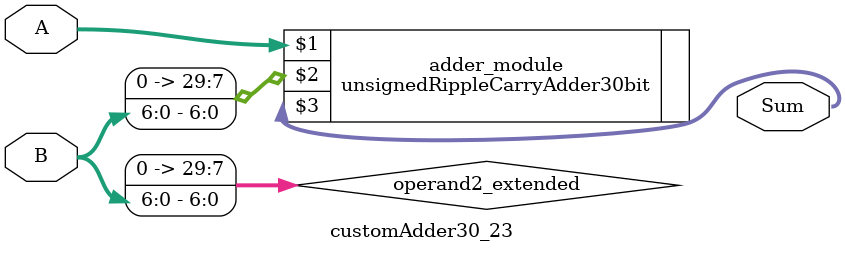
<source format=v>

module customAdder30_23(
                    input [29 : 0] A,
                    input [6 : 0] B,
                    
                    output [30 : 0] Sum
            );

    wire [29 : 0] operand2_extended;
    
    assign operand2_extended =  {23'b0, B};
    
    unsignedRippleCarryAdder30bit adder_module(
        A,
        operand2_extended,
        Sum
    );
    
endmodule
        
</source>
